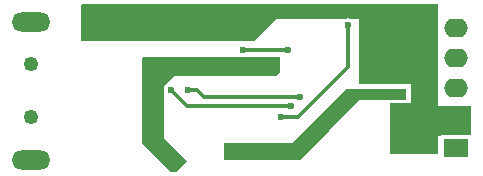
<source format=gbl>
G04*
G04 #@! TF.GenerationSoftware,Altium Limited,Altium Designer,20.0.10 (225)*
G04*
G04 Layer_Physical_Order=2*
G04 Layer_Color=16711680*
%FSLAX44Y44*%
%MOMM*%
G71*
G01*
G75*
%ADD37C,0.3000*%
%ADD38O,3.2500X1.6250*%
%ADD39C,1.2500*%
%ADD40O,2.0000X1.6000*%
%ADD41R,2.0000X1.6000*%
%ADD42C,0.6000*%
G36*
X131000Y146000D02*
X365000D01*
Y60000D01*
X393000D01*
Y35200D01*
X367000D01*
Y34000D01*
X365000D01*
Y19000D01*
X325000D01*
X324000Y20000D01*
Y62000D01*
X342000D01*
Y78000D01*
X298000D01*
Y133000D01*
X292317D01*
X291341Y133652D01*
X289000Y134117D01*
X286659Y133652D01*
X285683Y133000D01*
X228000D01*
X210000Y115000D01*
X63000Y115000D01*
X63000Y145105D01*
X63898Y146003D01*
X131000Y146000D01*
D02*
G37*
G36*
X338000Y65059D02*
X324000D01*
X323704Y65000D01*
X298000D01*
X297000Y64000D01*
X249000Y14000D01*
X184000D01*
Y28000D01*
X241000D01*
X287000Y74000D01*
X338000D01*
Y65059D01*
D02*
G37*
G36*
X140000Y101000D02*
X199409D01*
X200000Y100883D01*
X200591Y101000D01*
X231000D01*
Y88000D01*
X228000Y85000D01*
X141000D01*
X133000Y77000D01*
Y73591D01*
X132882Y73000D01*
X133000Y72409D01*
Y32000D01*
X152000Y13000D01*
X143000Y4000D01*
X138000D01*
X114000Y28000D01*
X114000Y100102D01*
X114898Y101000D01*
X140000Y101000D01*
D02*
G37*
D37*
X232000Y50000D02*
X246000D01*
X161000Y73000D02*
X167000Y67000D01*
X153000Y73000D02*
X161000D01*
X167000Y67000D02*
X248000D01*
X152000Y60000D02*
X240000D01*
X139000Y73000D02*
X152000Y60000D01*
X246000Y50000D02*
X289000Y93000D01*
Y128000D01*
X200000Y107000D02*
X238000D01*
D38*
X20000Y14000D02*
D03*
Y131000D02*
D03*
D39*
Y50000D02*
D03*
Y95000D02*
D03*
D40*
X380000Y125800D02*
D03*
Y100400D02*
D03*
Y75000D02*
D03*
Y49600D02*
D03*
D41*
Y24200D02*
D03*
D42*
X232000Y50000D02*
D03*
X248000Y67000D02*
D03*
X240000Y60000D02*
D03*
X289000Y128000D02*
D03*
X70000Y120000D02*
D03*
X333000Y69000D02*
D03*
X139000Y73000D02*
D03*
X153000D02*
D03*
X190000Y22000D02*
D03*
X200000Y107000D02*
D03*
X238000D02*
D03*
X305000Y87000D02*
D03*
X331500Y51500D02*
D03*
X346000Y23000D02*
D03*
X204000Y121000D02*
D03*
X359000Y32000D02*
D03*
X143000Y13000D02*
D03*
X227000Y95000D02*
D03*
M02*

</source>
